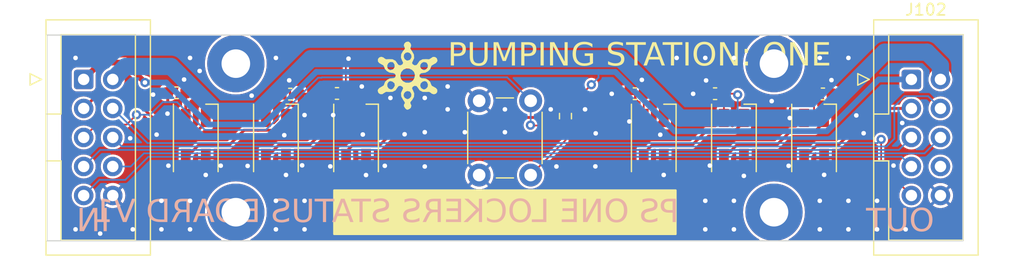
<source format=kicad_pcb>
(kicad_pcb (version 20240108) (generator "pcbnew") (generator_version "8.0")
  (layers (0 "F.Cu" signal) (31 "B.Cu" signal) (34 "B.Paste" user) (35 "F.Paste" user) (36 "B.SilkS" user "B.Silkscreen") (37 "F.SilkS" user "F.Silkscreen") (38 "B.Mask" user) (39 "F.Mask" user) (44 "Edge.Cuts" user))
  (net 0 "")
  (net 1 "GND")
  (net 2 "+5V")
  (net 3 "/neo_in")
  (net 4 "+3V3")
  (net 5 "/button6")
  (net 6 "/button1")
  (net 7 "/button5")
  (net 8 "/button3")
  (net 9 "/button4")
  (net 10 "/button2")
  (net 11 "/neo_out")
  (net 12 "Net-(D101-DOUT)")
  (net 13 "Net-(D102-DOUT)")
  (net 14 "Net-(D103-DOUT)")
  (net 15 "Net-(D104-DOUT)")
  (net 16 "Net-(D105-DOUT)")
  (footprint "LED_SMD:LED_SK6812MINI_PLCC4_3.5x3.5mm_P1.75mm" (layer "F.Cu") (at 123 117 90)
    (property "Reference" "D101")
    (property "Value" "SK6812MINI")
    (fp_line (start -2.95 -1.95) (end 2.95 -1.95) (stroke (width 0.12)) (layer "F.SilkS"))
    (fp_line (start 2.95 1.95) (end 2.95 0.875) (stroke (width 0.12)) (layer "F.SilkS"))
    (fp_line (start -2.95 1.95) (end 2.95 1.95) (stroke (width 0.12)) (layer "F.SilkS"))
    (pad "1" smd rect (at -1.75 -0.875 90) (size 1.6 0.85) (layers "F.Cu" "F.Paste" "F.Mask") (net 12 "Net-(D101-DOUT)"))
    (pad "2" smd rect (at -1.75 0.875 90) (size 1.6 0.85) (layers "F.Cu" "F.Paste" "F.Mask") (net 1 "GND"))
    (pad "3" smd rect (at 1.75 0.875 90) (size 1.6 0.85) (layers "F.Cu" "F.Paste" "F.Mask") (net 3 "/neo_in"))
    (pad "4" smd rect (at 1.75 -0.875 90) (size 1.6 0.85) (layers "F.Cu" "F.Paste" "F.Mask") (net 2 "+5V"))
  )
  (footprint "LED_SMD:LED_SK6812MINI_PLCC4_3.5x3.5mm_P1.75mm" (layer "F.Cu") (at 163 117 90)
    (property "Reference" "D104")
    (property "Value" "SK6812MINI")
    (fp_line (start -2.95 -1.95) (end 2.95 -1.95) (stroke (width 0.12)) (layer "F.SilkS"))
    (fp_line (start 2.95 1.95) (end 2.95 0.875) (stroke (width 0.12)) (layer "F.SilkS"))
    (fp_line (start -2.95 1.95) (end 2.95 1.95) (stroke (width 0.12)) (layer "F.SilkS"))
    (pad "1" smd rect (at -1.75 -0.875 90) (size 1.6 0.85) (layers "F.Cu" "F.Paste" "F.Mask") (net 15 "Net-(D104-DOUT)"))
    (pad "2" smd rect (at -1.75 0.875 90) (size 1.6 0.85) (layers "F.Cu" "F.Paste" "F.Mask") (net 1 "GND"))
    (pad "3" smd rect (at 1.75 0.875 90) (size 1.6 0.85) (layers "F.Cu" "F.Paste" "F.Mask") (net 14 "Net-(D103-DOUT)"))
    (pad "4" smd rect (at 1.75 -0.875 90) (size 1.6 0.85) (layers "F.Cu" "F.Paste" "F.Mask") (net 2 "+5V"))
  )
  (footprint "Symbol:harbinger" (layer "F.Cu") (at 141.5 111.5)
    (property "Reference" "G***" (hide yes))
    (property "Value" "LOGO" (hide yes))
    (fp_poly (pts (xy 0.118037 -2.912875) (xy 0.253008 -2.792784) (xy 0.315796 -2.611271) (xy 0.281065 -2.449897) (xy 0.266951 -2.433528) (xy 0.243822 -2.319288) (xy 0.353654 -2.136201) (xy 0.385937 -2.096888) (xy 0.554963 -1.794106) (xy 0.576178 -1.484988) (xy 0.465962 -1.234613) (xy 0.390133 -1.073187) (xy 0.436591 -0.959447) (xy 0.604771 -0.856153) (xy 0.780281 -0.88011) (xy 0.892692 -1.018256) (xy 1.047843 -1.249537) (xy 1.307641 -1.384416) (xy 1.622574 -1.397676) (xy 1.633708 -1.39568) (xy 1.878892 -1.383894) (xy 2.029705 -1.470826) (xy 2.033408 -1.475196) (xy 2.212104 -1.591351) (xy 2.402314 -1.582756) (xy 2.552518 -1.475004) (xy 2.611198 -1.293687) (xy 2.594518 -1.196473) (xy 2.480972 -1.051449) (xy 2.290175 -0.942814) (xy 2.088035 -0.818732) (xy 2.038796 -0.687883) (xy 1.965404 -0.501964) (xy 1.784855 -0.327615) (xy 1.556588 -0.209633) (xy 1.373615 -0.186589) (xy 1.172391 -0.154133) (xy 1.052103 -0.033333) (xy 1.048894 0.12771) (xy 1.088576 0.192726) (xy 1.245935 0.2755) (xy 1.382867 0.278305) (xy 1.595013 0.306867) (xy 1.815483 0.433388) (xy 1.983234 0.611875) (xy 2.038796 0.772549) (xy 2.119569 0.935379) (xy 2.290175 1.027481) (xy 2.48555 1.139931) (xy 2.594518 1.281139) (xy 2.592874 1.486875) (xy 2.476873 1.630387) (xy 2.298035 1.686082) (xy 2.10788 1.628369) (xy 2.033408 1.559863) (xy 1.884712 1.469718) (xy 1.6432 1.478601) (xy 1.633708 1.480346) (xy 1.317766 1.471684) (xy 1.055269 1.340541) (xy 0.895729 1.112136) (xy 0.892692 1.102922) (xy 0.776987 0.963025) (xy 0.600921 0.941649) (xy 0.436591 1.044113) (xy 0.392295 1.178103) (xy 0.465962 1.31928) (xy 0.583742 1.60222) (xy 0.561252 1.909554) (xy 0.404433 2.179426) (xy 0.381149 2.202387) (xy 0.240995 2.375424) (xy 0.253725 2.488079) (xy 0.336625 2.671458) (xy 0.284288 2.862879) (xy 0.175485 2.960354) (xy 0.01152 3.03541) (xy -0.094085 3.015778) (xy -0.206306 2.914952) (xy -0.32422 2.72819) (xy -0.314628 2.561062) (xy -0.252657 2.496316) (xy -0.242726 2.402059) (xy -0.346557 2.22975) (xy -0.380081 2.18849) (xy -0.553035 1.882619) (xy -0.558366 1.813505) (xy -0.344508 1.813505) (xy -0.253402 1.979983) (xy -0.191137 2.025218) (xy -0.052738 2.098918) (xy 0.043266 2.095451) (xy 0.175485 2.029021) (xy 0.309801 1.876564) (xy 0.330514 1.67233) (xy 0.23832 1.489828) (xy 0.1699 1.439333) (xy -0.035556 1.39991) (xy -0.208099 1.478866) (xy -0.320245 1.631599) (xy -0.344508 1.813505) (xy -0.558366 1.813505) (xy -0.576914 1.573066) (xy -0.465962 1.31928) (xy -0.390133 1.157853) (xy -0.43659 1.044113) (xy -0.604771 0.940819) (xy -0.78028 0.964776) (xy -0.892691 1.102922) (xy -1.047842 1.334203) (xy -1.30764 1.469082) (xy -1.622573 1.482342) (xy -1.633707 1.480346) (xy -1.878892 1.468561) (xy -2.029704 1.555492) (xy -2.033408 1.559863) (xy -2.212103 1.676017) (xy -2.402313 1.667423) (xy -2.552518 1.559671) (xy -2.611197 1.378353) (xy -2.594517 1.281139) (xy -2.480972 1.136116) (xy -2.290174 1.027481) (xy -2.221243 0.985168) (xy -1.767687 0.985168) (xy -1.666316 1.15708) (xy -1.635284 1.178551) (xy -1.461733 1.257456) (xy -1.336755 1.224862) (xy -1.23784 1.136952) (xy -1.116027 0.926942) (xy -1.116448 0.924055) (xy 1.103656 0.924055) (xy 1.173099 1.111067) (xy 1.25301 1.178551) (xy 1.391409 1.252252) (xy 1.487414 1.248784) (xy 1.619632 1.182354) (xy 1.751001 1.029686) (xy 1.775068 0.817931) (xy 1.687438 0.622744) (xy 1.654006 0.590586) (xy 1.505201 0.526292) (xy 1.314207 0.578403) (xy 1.152926 0.724597) (xy 1.103656 0.924055) (xy -1.116448 0.924055) (xy -1.145515 0.724798) (xy -1.314206 0.578403) (xy -1.508837 0.526422) (xy -1.654006 0.590586) (xy -1.764411 0.77037) (xy -1.767687 0.985168) (xy -2.221243 0.985168) (xy -2.088034 0.903398) (xy -2.038796 0.772549) (xy -1.965725 0.586199) (xy -1.787206 0.412082) (xy -1.564281 0.296193) (xy -1.382866 0.278305) (xy -1.189277 0.259024) (xy -1.088576 0.192726) (xy -1.043126 0.054568) (xy -0.634878 0.054568) (xy -0.573652 0.324537) (xy -0.40476 0.536495) (xy -0.159318 0.661111) (xy 0.131558 0.66905) (xy 0.333733 0.595902) (xy 0.47483 0.461577) (xy 0.589691 0.26593) (xy 0.6402 -0.02519) (xy 0.559465 -0.271055) (xy 0.383594 -0.455611) (xy 0.148699 -0.562801) (xy -0.109111 -0.57657) (xy -0.353725 -0.48086) (xy -0.549034 -0.259616) (xy -0.557321 -0.244079) (xy -0.634878 0.054568) (xy -1.043126 0.054568) (xy -1.034733 0.029054) (xy -1.112452 -0.113644) (xy -1.285588 -0.187271) (xy -1.373614 -0.186589) (xy -1.596368 -0.223851) (xy -1.820696 -0.354626) (xy -1.98716 -0.534121) (xy -2.038796 -0.687883) (xy -2.117286 -0.84611) (xy -1.775476 -0.84611) (xy -1.760275 -0.643612) (xy -1.682006 -0.524933) (xy -1.512132 -0.430241) (xy -1.315549 -0.484416) (xy -1.235482 -0.53716) (xy -1.134198 -0.700627) (xy -1.134935 -0.726495) (xy 1.09964 -0.726495) (xy 1.190745 -0.560017) (xy 1.25301 -0.514782) (xy 1.391409 -0.441082) (xy 1.487414 -0.444549) (xy 1.619632 -0.510979) (xy 1.753948 -0.663436) (xy 1.774661 -0.86767) (xy 1.682467 -1.050172) (xy 1.614047 -1.100667) (xy 1.408591 -1.14009) (xy 1.236048 -1.061134) (xy 1.123902 -0.908401) (xy 1.09964 -0.726495) (xy -1.134935 -0.726495) (xy -1.140118 -0.908429) (xy -1.242034 -1.083469) (xy -1.322143 -1.133358) (xy -1.527182 -1.140398) (xy -1.688036 -1.028177) (xy -1.775476 -0.84611) (xy -2.117286 -0.84611) (xy -2.119569 -0.850712) (xy -2.290174 -0.942814) (xy -2.485549 -1.055265) (xy -2.594517 -1.196473) (xy -2.592873 -1.402209) (xy -2.476872 -1.54572) (xy -2.298035 -1.601415) (xy -2.10788 -1.543703) (xy -2.033408 -1.475196) (xy -1.884711 -1.385052) (xy -1.6432 -1.393934) (xy -1.633707 -1.39568) (xy -1.317766 -1.387018) (xy -1.055269 -1.255875) (xy -0.895728 -1.02747) (xy -0.892691 -1.018256) (xy -0.776987 -0.878358) (xy -0.60092 -0.856983) (xy -0.43659 -0.959447) (xy -0.392294 -1.093437) (xy -0.465962 -1.234613) (xy -0.583741 -1.517553) (xy -0.578129 -1.594248) (xy -0.333724 -1.594248) (xy -0.257563 -1.404236) (xy -0.095977 -1.284812) (xy 0 -1.27) (xy 0.178372 -1.326487) (xy 0.23786 -1.3716) (xy 0.341394 -1.565376) (xy 0.317876 -1.762869) (xy 0.198962 -1.919383) (xy 0.016308 -1.990223) (xy -0.169899 -1.947333) (xy -0.309493 -1.795172) (xy -0.333724 -1.594248) (xy -0.578129 -1.594248) (xy -0.561251 -1.824887) (xy -0.404433 -2.09476) (xy -0.381149 -2.11772) (xy -0.240994 -2.290758) (xy -0.253724 -2.403412) (xy -0.334136 -2.576732) (xy -0.289053 -2.755193) (xy -0.154047 -2.890049) (xy 0.035309 -2.932551)) (fill solid) (layer "F.SilkS"))
  )
  (footprint "LED_SMD:LED_SK6812MINI_PLCC4_3.5x3.5mm_P1.75mm" (layer "F.Cu") (at 130 117 90)
    (property "Reference" "D102")
    (property "Value" "SK6812MINI" (hide yes))
    (fp_line (start -2.95 -1.95) (end 2.95 -1.95) (stroke (width 0.12)) (layer "F.SilkS"))
    (fp_line (start 2.95 1.95) (end 2.95 0.875) (stroke (width 0.12)) (layer "F.SilkS"))
    (fp_line (start -2.95 1.95) (end 2.95 1.95) (stroke (width 0.12)) (layer "F.SilkS"))
    (pad "1" smd rect (at -1.75 -0.875 90) (size 1.6 0.85) (layers "F.Cu" "F.Paste" "F.Mask") (net 13 "Net-(D102-DOUT)"))
    (pad "2" smd rect (at -1.75 0.875 90) (size 1.6 0.85) (layers "F.Cu" "F.Paste" "F.Mask") (net 1 "GND"))
    (pad "3" smd rect (at 1.75 0.875 90) (size 1.6 0.85) (layers "F.Cu" "F.Paste" "F.Mask") (net 12 "Net-(D101-DOUT)"))
    (pad "4" smd rect (at 1.75 -0.875 90) (size 1.6 0.85) (layers "F.Cu" "F.Paste" "F.Mask") (net 2 "+5V"))
  )
  (footprint "LED_SMD:LED_SK6812MINI_PLCC4_3.5x3.5mm_P1.75mm" (layer "F.Cu") (at 137 117 90)
    (property "Reference" "D103")
    (property "Value" "SK6812MINI")
    (fp_line (start -2.95 -1.95) (end 2.95 -1.95) (stroke (width 0.12)) (layer "F.SilkS"))
    (fp_line (start 2.95 1.95) (end 2.95 0.875) (stroke (width 0.12)) (layer "F.SilkS"))
    (fp_line (start -2.95 1.95) (end 2.95 1.95) (stroke (width 0.12)) (layer "F.SilkS"))
    (pad "1" smd rect (at -1.75 -0.875 90) (size 1.6 0.85) (layers "F.Cu" "F.Paste" "F.Mask") (net 14 "Net-(D103-DOUT)"))
    (pad "2" smd rect (at -1.75 0.875 90) (size 1.6 0.85) (layers "F.Cu" "F.Paste" "F.Mask") (net 1 "GND"))
    (pad "3" smd rect (at 1.75 0.875 90) (size 1.6 0.85) (layers "F.Cu" "F.Paste" "F.Mask") (net 13 "Net-(D102-DOUT)"))
    (pad "4" smd rect (at 1.75 -0.875 90) (size 1.6 0.85) (layers "F.Cu" "F.Paste" "F.Mask") (net 2 "+5V"))
  )
  (footprint "Connector_IDC:IDC-Header_2x05_P2.54mm_Vertical" (layer "F.Cu") (at 185.5 111.88)
    (property "Reference" "J102" (at 1.27 -6.1 0) (layer "F.SilkS"))
    (property "Value" "Conn_02x05_Odd_Even")
    (fp_line (start -4.68 -0.5) (end -4.68 0.5) (stroke (width 0.12)) (layer "F.SilkS"))
    (fp_line (start -4.68 0.5) (end -3.68 0) (stroke (width 0.12)) (layer "F.SilkS"))
    (fp_line (start -3.68 0) (end -4.68 -0.5) (stroke (width 0.12)) (layer "F.SilkS"))
    (fp_line (start -3.29 -5.21) (end 5.83 -5.21) (stroke (width 0.12)) (layer "F.SilkS"))
    (fp_line (start -3.29 3.03) (end -1.98 3.03) (stroke (width 0.12)) (layer "F.SilkS"))
    (fp_line (start -3.29 15.37) (end -3.29 -5.21) (stroke (width 0.12)) (layer "F.SilkS"))
    (fp_line (start -1.98 -3.91) (end 4.52 -3.91) (stroke (width 0.12)) (layer "F.SilkS"))
    (fp_line (start -1.98 3.03) (end -1.98 -3.91) (stroke (width 0.12)) (layer "F.SilkS"))
    (fp_line (start -1.98 7.13) (end -3.29 7.13) (stroke (width 0.12)) (layer "F.SilkS"))
    (fp_line (start -1.98 7.13) (end -1.98 7.13) (stroke (width 0.12)) (layer "F.SilkS"))
    (fp_line (start -1.98 14.07) (end -1.98 7.13) (stroke (width 0.12)) (layer "F.SilkS"))
    (fp_line (start 4.52 -3.91) (end 4.52 14.07) (stroke (width 0.12)) (layer "F.SilkS"))
    (fp_line (start 4.52 14.07) (end -1.98 14.07) (stroke (width 0.12)) (layer "F.SilkS"))
    (fp_line (start 5.83 -5.21) (end 5.83 15.37) (stroke (width 0.12)) (layer "F.SilkS"))
    (fp_line (start 5.83 15.37) (end -3.29 15.37) (stroke (width 0.12)) (layer "F.SilkS"))
    (pad "1" thru_hole roundrect (at 0 0) (size 1.7 1.7) (drill 1) (layers "*.Cu" "*.Mask") (roundrect_rratio 0.147059) (net 4 "+3V3"))
    (pad "2" thru_hole circle (at 2.54 0) (size 1.7 1.7) (drill 1) (layers "*.Cu" "*.Mask") (net 2 "+5V"))
    (pad "3" thru_hole circle (at 0 2.54) (size 1.7 1.7) (drill 1) (layers "*.Cu" "*.Mask") (net 11 "/neo_out"))
    (pad "4" thru_hole circle (at 2.54 2.54) (size 1.7 1.7) (drill 1) (layers "*.Cu" "*.Mask") (net 7 "/button5"))
    (pad "5" thru_hole circle (at 0 5.08) (size 1.7 1.7) (drill 1) (layers "*.Cu" "*.Mask") (net 10 "/button2"))
    (pad "6" thru_hole circle (at 2.54 5.08) (size 1.7 1.7) (drill 1) (layers "*.Cu" "*.Mask") (net 5 "/button6"))
    (pad "7" thru_hole circle (at 0 7.62) (size 1.7 1.7) (drill 1) (layers "*.Cu" "*.Mask") (net 8 "/button3"))
    (pad "8" thru_hole circle (at 2.54 7.62) (size 1.7 1.7) (drill 1) (layers "*.Cu" "*.Mask"))
    (pad "9" thru_hole circle (at 0 10.16) (size 1.7 1.7) (drill 1) (layers "*.Cu" "*.Mask") (net 9 "/button4"))
    (pad "10" thru_hole circle (at 2.54 10.16) (size 1.7 1.7) (drill 1) (layers "*.Cu" "*.Mask") (net 1 "GND"))
  )
  (footprint "Capacitor_SMD:C_0603_1608Metric" (layer "F.Cu") (at 177.775 113.15 180)
    (property "Reference" "C102" (hide yes))
    (property "Value" ".1uF")
    (fp_line (start -0.14058 0.51) (end 0.14058 0.51) (stroke (width 0.12)) (layer "F.SilkS"))
    (fp_line (start -0.14058 -0.51) (end 0.14058 -0.51) (stroke (width 0.12)) (layer "F.SilkS"))
    (pad "1" smd roundrect (at -0.775 0 180) (size 0.9 0.95) (layers "F.Cu" "F.Paste" "F.Mask") (net 1 "GND"))
    (pad "2" smd roundrect (at 0.775 0 180) (size 0.9 0.95) (layers "F.Cu" "F.Paste" "F.Mask") (net 2 "+5V"))
  )
  (footprint "Resistor_SMD:R_0603_1608Metric" (layer "F.Cu") (at 155.29 115.09 90)
    (property "Reference" "R101" (hide yes))
    (property "Value" "10k")
    (fp_line (start -0.237258 -0.5225) (end 0.237258 -0.5225) (stroke (width 0.12)) (layer "F.SilkS"))
    (fp_line (start -0.237258 0.5225) (end 0.237258 0.5225) (stroke (width 0.12)) (layer "F.SilkS"))
    (pad "1" smd roundrect (at -0.825 0 90) (size 0.8 0.95) (layers "F.Cu" "F.Paste" "F.Mask") (net 6 "/button1"))
    (pad "2" smd roundrect (at 0.825 0 90) (size 0.8 0.95) (layers "F.Cu" "F.Paste" "F.Mask") (net 4 "+3V3"))
  )
  (footprint "Capacitor_SMD:C_0603_1608Metric" (layer "F.Cu") (at 131.255 113.17 180)
    (property "Reference" "C105" (hide yes))
    (property "Value" ".1uF")
    (fp_line (start -0.14058 0.51) (end 0.14058 0.51) (stroke (width 0.12)) (layer "F.SilkS"))
    (fp_line (start -0.14058 -0.51) (end 0.14058 -0.51) (stroke (width 0.12)) (layer "F.SilkS"))
    (pad "1" smd roundrect (at -0.775 0 180) (size 0.9 0.95) (layers "F.Cu" "F.Paste" "F.Mask") (net 1 "GND"))
    (pad "2" smd roundrect (at 0.775 0 180) (size 0.9 0.95) (layers "F.Cu" "F.Paste" "F.Mask") (net 2 "+5V"))
  )
  (footprint "MountingHole:MountingHole_2.5mm_Pad" (layer "F.Cu") (at 173.5 123.5)
    (property "Reference" "H102" (hide yes))
    (property "Value" "MountingHole")
    (pad "1" thru_hole circle (at 0 0) (size 5 5) (drill 2.5) (layers "*.Cu" "*.Mask"))
  )
  (footprint "Capacitor_SMD:C_0603_1608Metric" (layer "F.Cu") (at 135.335 113.11)
    (property "Reference" "C101" (hide yes))
    (property "Value" ".1uF")
    (fp_line (start -0.14058 -0.51) (end 0.14058 -0.51) (stroke (width 0.12)) (layer "F.SilkS"))
    (fp_line (start -0.14058 0.51) (end 0.14058 0.51) (stroke (width 0.12)) (layer "F.SilkS"))
    (pad "1" smd roundrect (at -0.775 0) (size 0.9 0.95) (layers "F.Cu" "F.Paste" "F.Mask") (net 1 "GND"))
    (pad "2" smd roundrect (at 0.775 0) (size 0.9 0.95) (layers "F.Cu" "F.Paste" "F.Mask") (net 2 "+5V"))
  )
  (footprint "LED_SMD:LED_SK6812MINI_PLCC4_3.5x3.5mm_P1.75mm" (layer "F.Cu") (at 177 117 90)
    (property "Reference" "D106")
    (property "Value" "SK6812MINI")
    (fp_line (start -2.95 -1.95) (end 2.95 -1.95) (stroke (width 0.12)) (layer "F.SilkS"))
    (fp_line (start 2.95 1.95) (end 2.95 0.875) (stroke (width 0.12)) (layer "F.SilkS"))
    (fp_line (start -2.95 1.95) (end 2.95 1.95) (stroke (width 0.12)) (layer "F.SilkS"))
    (pad "1" smd rect (at -1.75 -0.875 90) (size 1.6 0.85) (layers "F.Cu" "F.Paste" "F.Mask") (net 11 "/neo_out"))
    (pad "2" smd rect (at -1.75 0.875 90) (size 1.6 0.85) (layers "F.Cu" "F.Paste" "F.Mask") (net 1 "GND"))
    (pad "3" smd rect (at 1.75 0.875 90) (size 1.6 0.85) (layers "F.Cu" "F.Paste" "F.Mask") (net 16 "Net-(D105-DOUT)"))
    (pad "4" smd rect (at 1.75 -0.875 90) (size 1.6 0.85) (layers "F.Cu" "F.Paste" "F.Mask") (net 2 "+5V"))
  )
  (footprint "Capacitor_SMD:C_0603_1608Metric" (layer "F.Cu") (at 161.355 113.13)
    (property "Reference" "C104" (hide yes))
    (property "Value" ".1uF")
    (fp_line (start -0.14058 -0.51) (end 0.14058 -0.51) (stroke (width 0.12)) (layer "F.SilkS"))
    (fp_line (start -0.14058 0.51) (end 0.14058 0.51) (stroke (width 0.12)) (layer "F.SilkS"))
    (pad "1" smd roundrect (at -0.775 0) (size 0.9 0.95) (layers "F.Cu" "F.Paste" "F.Mask") (net 1 "GND"))
    (pad "2" smd roundrect (at 0.775 0) (size 0.9 0.95) (layers "F.Cu" "F.Paste" "F.Mask") (net 2 "+5V"))
  )
  (footprint "Capacitor_SMD:C_0603_1608Metric" (layer "F.Cu") (at 168.355 113.13)
    (property "Reference" "C103" (hide yes))
    (property "Value" ".1uF")
    (fp_line (start -0.14058 -0.51) (end 0.14058 -0.51) (stroke (width 0.12)) (layer "F.SilkS"))
    (fp_line (start -0.14058 0.51) (end 0.14058 0.51) (stroke (width 0.12)) (layer "F.SilkS"))
    (pad "1" smd roundrect (at -0.775 0) (size 0.9 0.95) (layers "F.Cu" "F.Paste" "F.Mask") (net 1 "GND"))
    (pad "2" smd roundrect (at 0.775 0) (size 0.9 0.95) (layers "F.Cu" "F.Paste" "F.Mask") (net 2 "+5V"))
  )
  (footprint "Capacitor_SMD:C_0603_1608Metric" (layer "F.Cu") (at 121.33 113.05)
    (property "Reference" "C106" (hide yes))
    (property "Value" ".1uF")
    (fp_line (start -0.14058 -0.51) (end 0.14058 -0.51) (stroke (width 0.12)) (layer "F.SilkS"))
    (fp_line (start -0.14058 0.51) (end 0.14058 0.51) (stroke (width 0.12)) (layer "F.SilkS"))
    (pad "1" smd roundrect (at -0.775 0) (size 0.9 0.95) (layers "F.Cu" "F.Paste" "F.Mask") (net 1 "GND"))
    (pad "2" smd roundrect (at 0.775 0) (size 0.9 0.95) (layers "F.Cu" "F.Paste" "F.Mask") (net 2 "+5V"))
  )
  (footprint "LED_SMD:LED_SK6812MINI_PLCC4_3.5x3.5mm_P1.75mm" (layer "F.Cu") (at 170 117 90)
    (property "Reference" "D105")
    (property "Value" "SK6812MINI")
    (fp_line (start -2.95 -1.95) (end 2.95 -1.95) (stroke (width 0.12)) (layer "F.SilkS"))
    (fp_line (start 2.95 1.95) (end 2.95 0.875) (stroke (width 0.12)) (layer "F.SilkS"))
    (fp_line (start -2.95 1.95) (end 2.95 1.95) (stroke (width 0.12)) (layer "F.SilkS"))
    (pad "1" smd rect (at -1.75 -0.875 90) (size 1.6 0.85) (layers "F.Cu" "F.Paste" "F.Mask") (net 16 "Net-(D105-DOUT)"))
    (pad "2" smd rect (at -1.75 0.875 90) (size 1.6 0.85) (layers "F.Cu" "F.Paste" "F.Mask") (net 1 "GND"))
    (pad "3" smd rect (at 1.75 0.875 90) (size 1.6 0.85) (layers "F.Cu" "F.Paste" "F.Mask") (net 15 "Net-(D104-DOUT)"))
    (pad "4" smd rect (at 1.75 -0.875 90) (size 1.6 0.85) (layers "F.Cu" "F.Paste" "F.Mask") (net 2 "+5V"))
  )
  (footprint "MountingHole:MountingHole_2.5mm_Pad" (layer "F.Cu") (at 126.5 123.5)
    (property "Reference" "H101" (hide yes))
    (property "Value" "MountingHole")
    (pad "1" thru_hole circle (at 0 0) (size 5 5) (drill 2.5) (layers "*.Cu" "*.Mask"))
  )
  (footprint "MountingHole:MountingHole_2.5mm_Pad" (layer "F.Cu") (at 173.5 110.5)
    (property "Reference" "H103" (hide yes))
    (property "Value" "MountingHole")
    (pad "1" thru_hole circle (at 0 0) (size 5 5) (drill 2.5) (layers "*.Cu" "*.Mask"))
  )
  (footprint "Button_Switch_THT:SW_PUSH_6mm_H5mm" (layer "F.Cu") (at 147.75 120.25 90)
    (property "Reference" "SW101" (hide yes))
    (property "Value" "SW_Push")
    (fp_line (start 5.5 -1) (end 1 -1) (stroke (width 0.12)) (layer "F.SilkS"))
    (fp_line (start -0.25 1.5) (end -0.25 3) (stroke (width 0.12)) (layer "F.SilkS"))
    (fp_line (start 6.75 3) (end 6.75 1.5) (stroke (width 0.12)) (layer "F.SilkS"))
    (fp_line (start 1 5.5) (end 5.5 5.5) (stroke (width 0.12)) (layer "F.SilkS"))
    (pad "1" thru_hole circle (at 0 0 180) (size 2 2) (drill 1.1) (layers "*.Cu" "*.Mask") (net 1 "GND"))
    (pad "1" thru_hole circle (at 6.5 0 180) (size 2 2) (drill 1.1) (layers "*.Cu" "*.Mask") (net 1 "GND"))
    (pad "2" thru_hole circle (at 0 4.5 180) (size 2 2) (drill 1.1) (layers "*.Cu" "*.Mask") (net 6 "/button1"))
    (pad "2" thru_hole circle (at 6.5 4.5 180) (size 2 2) (drill 1.1) (layers "*.Cu" "*.Mask") (net 6 "/button1"))
  )
  (footprint "Connector_IDC:IDC-Header_2x05_P2.54mm_Vertical" (layer "F.Cu") (at 113.21 111.88)
    (property "Reference" "J101" (hide yes))
    (property "Value" "Conn_02x05_Odd_Even")
    (fp_line (start -4.68 -0.5) (end -4.68 0.5) (stroke (width 0.12)) (layer "F.SilkS"))
    (fp_line (start -4.68 0.5) (end -3.68 0) (stroke (width 0.12)) (layer "F.SilkS"))
    (fp_line (start -3.68 0) (end -4.68 -0.5) (stroke (width 0.12)) (layer "F.SilkS"))
    (fp_line (start -3.29 -5.21) (end 5.83 -5.21) (stroke (width 0.12)) (layer "F.SilkS"))
    (fp_line (start -3.29 3.03) (end -1.98 3.03) (stroke (width 0.12)) (layer "F.SilkS"))
    (fp_line (start -3.29 15.37) (end -3.29 -5.21) (stroke (width 0.12)) (layer "F.SilkS"))
    (fp_line (start -1.98 -3.91) (end 4.52 -3.91) (stroke (width 0.12)) (layer "F.SilkS"))
    (fp_line (start -1.98 3.03) (end -1.98 -3.91) (stroke (width 0.12)) (layer "F.SilkS"))
    (fp_line (start -1.98 7.13) (end -3.29 7.13) (stroke (width 0.12)) (layer "F.SilkS"))
    (fp_line (start -1.98 7.13) (end -1.98 7.13) (stroke (width 0.12)) (layer "F.SilkS"))
    (fp_line (start -1.98 14.07) (end -1.98 7.13) (stroke (width 0.12)) (layer "F.SilkS"))
    (fp_line (start 4.52 -3.91) (end 4.52 14.07) (stroke (width 0.12)) (layer "F.SilkS"))
    (fp_line (start 4.52 14.07) (end -1.98 14.07) (stroke (width 0.12)) (layer "F.SilkS"))
    (fp_line (start 5.83 -5.21) (end 5.83 15.37) (stroke (width 0.12)) (layer "F.SilkS"))
    (fp_line (start 5.83 15.37) (end -3.29 15.37) (stroke (width 0.12)) (layer "F.SilkS"))
    (pad "1" thru_hole roundrect (at 0 0) (size 1.7 1.7) (drill 1) (layers "*.Cu" "*.Mask") (roundrect_rratio 0.147059) (net 4 "+3V3"))
    (pad "2" thru_hole circle (at 2.54 0) (size 1.7 1.7) (drill 1) (layers "*.Cu" "*.Mask") (net 2 "+5V"))
    (pad "3" thru_hole circle (at 0 2.54) (size 1.7 1.7) (drill 1) (layers "*.Cu" "*.Mask") (net 3 "/neo_in"))
    (pad "4" thru_hole circle (at 2.54 2.54) (size 1.7 1.7) (drill 1) (layers "*.Cu" "*.Mask") (net 9 "/button4"))
    (pad "5" thru_hole circle (at 0 5.08) (size 1.7 1.7) (drill 1) (layers "*.Cu" "*.Mask") (net 6 "/button1"))
    (pad "6" thru_hole circle (at 2.54 5.08) (size 1.7 1.7) (drill 1) (layers "*.Cu" "*.Mask") (net 7 "/button5"))
    (pad "7" thru_hole circle (at 0 7.62) (size 1.7 1.7) (drill 1) (layers "*.Cu" "*.Mask") (net 10 "/button2"))
    (pad "8" thru_hole circle (at 2.54 7.62) (size 1.7 1.7) (drill 1) (layers "*.Cu" "*.Mask") (net 5 "/button6"))
    (pad "9" thru_hole circle (at 0 10.16) (size 1.7 1.7) (drill 1) (layers "*.Cu" "*.Mask") (net 8 "/button3"))
    (pad "10" thru_hole circle (at 2.54 10.16) (size 1.7 1.7) (drill 1) (layers "*.Cu" "*.Mask") (net 1 "GND"))
  )
  (footprint "MountingHole:MountingHole_2.5mm_Pad" (layer "F.Cu") (at 126.5 110.5)
    (property "Reference" "H104" (hide yes))
    (property "Value" "MountingHole")
    (pad "1" thru_hole circle (at 0 0) (size 5 5) (drill 2.5) (layers "*.Cu" "*.Mask"))
  )
  (gr_line (start 110 126) (end 110 108) (stroke (width 0.1)) (layer "Edge.Cuts"))
  (gr_line (start 190 108) (end 190 126) (stroke (width 0.1)) (layer "Edge.Cuts"))
  (gr_line (start 110 108) (end 190 108) (stroke (width 0.1)) (layer "Edge.Cuts"))
  (gr_line (start 190 126) (end 110 126) (stroke (width 0.1)) (layer "Edge.Cuts"))
  (gr_text "IN" (at 115.5 125.5 0) (layer "B.SilkS") (effects (font (size 2 2)) (justify left bottom mirror)))
  (gr_text "OUT" (at 187.5 125.5 0) (layer "B.SilkS") (effects (font (size 2 2)) (justify left bottom mirror)))
  (gr_text "PS ONE LOCKERS STATUS BOARD V1" (at 165.2 124.7 0) (layer "B.SilkS") (effects (font (size 2 2)) (justify left bottom mirror)))
  (gr_text "PUMPING STATION: ONE" (at 145 111 0) (layer "F.SilkS") (effects (font (size 2 2)) (justify left bottom)))
  (via (at 185 125) (size 0.8) (drill 0.4) (layers "F.Cu" "B.Cu") (net 1))
  (via (at 157.9 119.49) (size 0.8) (drill 0.4) (layers "F.Cu" "B.Cu") (net 1))
  (via (at 178.52 111.94) (size 0.8) (drill 0.4) (layers "F.Cu" "B.Cu") (net 1))
  (via (at 130.73 116.76) (size 0.8) (drill 0.4) (layers "F.Cu" "B.Cu") (net 1))
  (via (at 117.27 117.03) (size 0.8) (drill 0.4) (layers "F.Cu" "B.Cu") (net 1))
  (via (at 167.9 119.42) (size 0.8) (drill 0.4) (layers "F.Cu" "B.Cu") (net 1))
  (via (at 120 125) (size 0.8) (drill 0.4) (layers "F.Cu" "B.Cu") (net 1))
  (via (at 135 115) (size 0.8) (drill 0.4) (layers "F.Cu" "B.Cu") (net 1))
  (via (at 143 119.5) (size 0.8) (drill 0.4) (layers "F.Cu" "B.Cu") (net 1))
  (via (at 157.93 116.6) (size 0.8) (drill 0.4) (layers "F.Cu" "B.Cu") (net 1))
  (via (at 170 110) (size 0.8) (drill 0.4) (layers "F.Cu" "B.Cu") (net 1))
  (via (at 177.88 120.23) (size 0.8) (drill 0.4) (layers "F.Cu" "B.Cu") (net 1))
  (via (at 114.65 125.37) (size 0.8) (drill 0.4) (layers "F.Cu" "B.Cu") (net 1))
  (via (at 112.5 125) (size 0.8) (drill 0.4) (layers "F.Cu" "B.Cu") (net 1))
  (via (at 167.5 122.5) (size 0.8) (drill 0.4) (layers "F.Cu" "B.Cu") (net 1))
  (via (at 137.87 120.25) (size 0.8) (drill 0.4) (layers "F.Cu" "B.Cu") (net 1))
  (via (at 177.5 125) (size 0.8) (drill 0.4) (layers "F.Cu" "B.Cu") (net 1))
  (via (at 157 114.5) (size 0.8) (drill 0.4) (layers "F.Cu" "B.Cu") (net 1))
  (via (at 145 112.5) (size 0.8) (drill 0.4) (layers "F.Cu" "B.Cu") (net 1))
  (via (at 112.5 110) (size 0.8) (drill 0.4) (layers "F.Cu" "B.Cu") (net 1))
  (via (at 130 110) (size 0.8) (drill 0.4) (layers "F.Cu" "B.Cu") (net 1))
  (via (at 170 125) (size 0.8) (drill 0.4) (layers "F.Cu" "B.Cu") (net 1))
  (via (at 119.27 113.21) (size 0.8) (drill 0.4) (layers "F.Cu" "B.Cu") (net 1))
  (via (at 180 125) (size 0.8) (drill 0.4) (layers "F.Cu" "B.Cu") (net 1))
  (via (at 160.87 115.56) (size 0.8) (drill 0.4) (layers "F.Cu" "B.Cu") (net 1))
  (via (at 122.5 122.5) (size 0.8) (drill 0.4) (layers "F.Cu" "B.Cu") (net 1))
  (via (at 120 122.5) (size 0.8) (drill 0.4) (layers "F.Cu" "B.Cu") (net 1))
  (via (at 143 113.5) (size 0.8) (drill 0.4) (layers "F.Cu" "B.Cu") (net 1))
  (via (at 117.5 125) (size 0.8) (drill 0.4) (layers "F.Cu" "B.Cu") (net 1))
  (via (at 145 114.5) (size 0.8) (drill 0.4) (layers "F.Cu" "B.Cu") (net 1))
  (via (at 163.87 120.24) (size 0.8) (drill 0.4) (layers "F.Cu" "B.Cu") (net 1))
  (via (at 139.51 119.44) (size 0.8) (drill 0.4) (layers "F.Cu" "B.Cu") (net 1))
  (via (at 167.57 111.97) (size 0.8) (drill 0.4) (layers "F.Cu" "B.Cu") (net 1))
  (via (at 183.94 119.42) (size 0.8) (drill 0.4) (layers "F.Cu" "B.Cu") (net 1))
  (via (at 166.44 113.14) (size 0.8) (drill 0.4) (layers "F.Cu" "B.Cu") (net 1))
  (via (at 180 122.5) (size 0.8) (drill 0.4) (layers "F.Cu" "B.Cu") (net 1))
  (via (at 122.5 125) (size 0.8) (drill 0.4) (layers "F.Cu" "B.Cu") (net 1))
  (via (at 173.3 113.78) (size 0.8) (drill 0.4) (layers "F.Cu" "B.Cu") (net 1))
  (via (at 177.5 110) (size 0.8) (drill 0.4) (layers "F.Cu" "B.Cu") (net 1))
  (via (at 137.5 112.5) (size 0.8) (drill 0.4) (layers "F.Cu" "B.Cu") (net 1))
  (via (at 150 116.5) (size 0.8) (drill 0.4) (layers "F.Cu" "B.Cu") (net 1))
  (via (at 165 110) (size 0.8) (drill 0.4) (layers "F.Cu" "B.Cu") (net 1))
  (via (at 137.59 116.7) (size 0.8) (drill 0.4) (layers "F.Cu" "B.Cu") (net 1))
  (via (at 182.5 125) (size 0.8) (drill 0.4) (layers "F.Cu" "B.Cu") (net 1))
  (via (at 130 122.5) (size 0.8) (drill 0.4) (layers "F.Cu" "B.Cu") (net 1))
  (via (at 132.29 119.4) (size 0.8) (drill 0.4) (layers "F.Cu" "B.Cu") (net 1))
  (via (at 119.58 116.71) (size 0.8) (drill 0.4) (layers "F.Cu" "B.Cu") (net 1))
  (via (at 163.57 116.72) (size 0.8) (drill 0.4) (layers "F.Cu" "B.Cu") (net 1))
  (via (at 123.87 120.24) (size 0.8) (drill 0.4) (layers "F.Cu" "B.Cu") (net 1))
  (via (at 154 114.5) (size 0.8) (drill 0.4) (layers "F.Cu" "B.Cu") (net 1))
  (via (at 167.5 110) (size 0.8) (drill 0.4) (layers "F.Cu" "B.Cu") (net 1))
  (via (at 182.5 122.5) (size 0.8) (drill 0.4) (layers "F.Cu" "B.Cu") (net 1))
  (via (at 159.33 113.14) (size 0.8) (drill 0.4) (layers "F.Cu" "B.Cu") (net 1))
  (via (at 132.5 122.5) (size 0.8) (drill 0.4) (layers "F.Cu" "B.Cu") (net 1))
  (via (at 132.5 115) (size 0.8) (drill 0.4) (layers "F.Cu" "B.Cu") (net 1))
  (via (at 184.7 115.69) (size 0.8) (drill 0.4) (layers "F.Cu" "B.Cu") (net 1))
  (via (at 130 125) (size 0.8) (drill 0.4) (layers "F.Cu" "B.Cu") (net 1))
  (via (at 180.69 115.03) (size 0.8) (drill 0.4) (layers "F.Cu" "B.Cu") (net 1))
  (via (at 170.87 120.32) (size 0.8) (drill 0.4) (layers "F.Cu" "B.Cu") (net 1))
  (via (at 141.24 116.68) (size 0.8) (drill 0.4) (layers "F.Cu" "B.Cu") (net 1))
  (via (at 127.53 119.45) (size 0.8) (drill 0.4) (layers "F.Cu" "B.Cu") (net 1))
  (via (at 180 110) (size 0.8) (drill 0.4) (layers "F.Cu" "B.Cu") (net 1))
  (via (at 127.88 113.3) (size 0.8) (drill 0.4) (layers "F.Cu" "B.Cu") (net 1))
  (via (at 170 122.5) (size 0.8) (drill 0.4) (layers "F.Cu" "B.Cu") (net 1))
  (via (at 122.5 110) (size 0.8) (drill 0.4) (layers "F.Cu" "B.Cu") (net 1))
  (via (at 177.5 122.5) (size 0.8) (drill 0.4) (layers "F.Cu" "B.Cu") (net 1))
  (via (at 120.61 119.43) (size 0.8) (drill 0.4) (layers "F.Cu" "B.Cu") (net 1))
  (via (at 130.88 120.24) (size 0.8) (drill 0.4) (layers "F.Cu" "B.Cu") (net 1))
  (via (at 140 113.5) (size 0.8) (drill 0.4) (layers "F.Cu" "B.Cu") (net 1))
  (via (at 181.33 116.59) (size 0.8) (drill 0.4) (layers "F.Cu" "B.Cu") (net 1))
  (via (at 150 114.5) (size 0.8) (drill 0.4) (layers "F.Cu" "B.Cu") (net 1))
  (via (at 123.34 111.14) (size 0.8) (drill 0.4) (layers "F.Cu" "B.Cu") (net 1))
  (via (at 120.53 114.875) (size 0.8) (drill 0.4) (layers "F.Cu" "B.Cu") (net 1))
  (via (at 143 116.5) (size 0.8) (drill 0.4) (layers "F.Cu" "B.Cu") (net 1))
  (via (at 167.5 125) (size 0.8) (drill 0.4) (layers "F.Cu" "B.Cu") (net 1))
  (via (at 174.78 119.44) (size 0.8) (drill 0.4) (layers "F.Cu" "B.Cu") (net 1))
  (via (at 125.18 119.43) (size 0.8) (drill 0.4) (layers "F.Cu" "B.Cu") (net 1))
  (via (at 154.5 119.5) (size 0.8) (drill 0.4) (layers "F.Cu" "B.Cu") (net 1))
  (via (at 146.5 116.5) (size 0.8) (drill 0.4) (layers "F.Cu" "B.Cu") (net 1))
  (via (at 134.75 119.49) (size 0.8) (drill 0.4) (layers "F.Cu" "B.Cu") (net 1))
  (via (at 132.5 125) (size 0.8) (drill 0.4) (layers "F.Cu" "B.Cu") (net 1))
  (segment (start 129.125 113.975) (end 129.93 113.17) (width 0.15) (layer "F.Cu") (net 2))
  (segment (start 177 113.15) (end 176.15 113.15) (width 0.15) (layer "F.Cu") (net 2))
  (segment (start 136.11 110.295) (end 136.34 110.065) (width 0.15) (layer "F.Cu") (net 2))
  (segment (start 169.13 113.13) (end 170.24 113.13) (width 0.15) (layer "F.Cu") (net 2))
  (segment (start 176.125 115.25) (end 176.72 115.25) (width 0.15) (layer "F.Cu") (net 2))
  (segment (start 136.11 114.89) (end 136.11 113.11) (width 0.15) (layer "F.Cu") (net 2))
  (segment (start 169.13 113.13) (end 169.13 115.245) (width 0.15) (layer "F.Cu") (net 2))
  (segment (start 136.125 115.115) (end 136.23 115.01) (width 0.15) (layer "F.Cu") (net 2))
  (segment (start 130.48 112.641902) (end 131.160951 111.960951) (width 0.15) (layer "F.Cu") (net 2))
  (segment (start 162.125 113.135) (end 162.13 113.13) (width 0.15) (layer "F.Cu") (net 2))
  (segment (start 122.125 113.07) (end 122.105 113.05) (width 0.25) (layer "F.Cu") (net 2))
  (segment (start 176.72 115.25) (end 177 114.97) (width 0.15) (layer "F.Cu") (net 2))
  (segment (start 122.125 115.25) (end 122.125 113.07) (width 0.25) (layer "F.Cu") (net 2))
  (segment (start 130.48 113.17) (end 130.48 112.641902) (width 0.15) (layer "F.Cu") (net 2))
  (segment (start 122.105 112.015) (end 121.98 111.89) (width 0.25) (layer "F.Cu") (net 2))
  (segment (start 176.15 113.15) (end 174.88 114.42) (width 0.15) (layer "F.Cu") (net 2))
  (segment (start 169.13 115.245) (end 169.125 115.25) (width 0.15) (layer "F.Cu") (net 2))
  (segment (start 161.96 111.92) (end 161.96 112.96) (width 0.15) (layer "F.Cu") (net 2))
  (segment (start 162.125 115.25) (end 162.125 113.135) (width 0.15) (layer "F.Cu") (net 2))
  (segment (start 161.96 112.96) (end 162.13 113.13) (width 0.15) (layer "F.Cu") (net 2))
  (segment (start 122.105 113.05) (end 122.105 112.015) (width 0.25) (layer "F.Cu") (net 2))
  (segment (start 170.24 113.13) (end 170.33 113.22) (width 0.15) (layer "F.Cu") (net 2))
  (segment (start 129.93 113.17) (end 130.48 113.17) (width 0.15) (layer "F.Cu") (net 2))
  (segment (start 136.125 115.25) (end 136.125 115.115) (width 0.15) (layer "F.Cu") (net 2))
  (segment (start 177 114.97) (end 177 113.15) (width 0.15) (layer "F.Cu") (net 2))
  (segment (start 136.23 115.01) (end 136.11 114.89) (width 0.15) (layer "F.Cu") (net 2))
  (segment (start 136.11 113.11) (end 136.11 110.295) (width 0.15) (layer "F.Cu") (net 2))
  (segment (start 174.88 114.42) (end 174.88 115.26) (width 0.15) (layer "F.Cu") (net 2))
  (segment (start 129.125 115.25) (end 129.125 113.975) (width 0.15) (layer "F.Cu") (net 2))
  (via (at 161.96 111.92) (size 0.8) (drill 0.4) (layers "F.Cu" "B.Cu") (net 2))
  (via (at 121.98 111.89) (size 0.8) (drill 0.4) (layers "F.Cu" "B.Cu") (net 2))
  (via (at 174.88 115.26) (size 0.8) (drill 0.4) (layers "F.Cu" "B.Cu") (net 2))
  (via (at 136.34 110.065) (size 0.8) (drill 0.4) (layers "F.Cu" "B.Cu") (net 2))
  (via (at 131.160951 111.960951) (size 0.8) (drill 0.4) (layers "F.Cu" "B.Cu") (net 2))
  (via (at 170.33 113.22) (size 0.8) (drill 0.4) (layers "F.Cu" "B.Cu") (net 2))
  (segment (start 170.33 115.24) (end 170.35 115.26) (width 0.15) (layer "B.Cu") (net 2))
  (segment (start 183.16 109.5) (end 177.4 115.26) (width 1.5) (layer "B.Cu") (net 2))
  (segment (start 170.35 115.26) (end 165.3 115.26) (width 1.5) (layer "B.Cu") (net 2))
  (segment (start 115.75 111.88) (end 116.879267 110.750733) (width 1.5) (layer "B.Cu") (net 2))
  (segment (start 170.33 113.22) (end 170.33 115.24) (width 0.15) (layer "B.Cu") (net 2))
  (segment (start 174.88 115.26) (end 170.35 115.26) (width 1.5) (layer "B.Cu") (net 2))
  (segment (start 188.04 111.88) (end 188.04 110.677919) (width 1.5) (layer "B.Cu") (net 2))
  (segment (start 177.4 115.26) (end 174.88 115.26) (width 1.5) (layer "B.Cu") (net 2))
  (segment (start 165.3 115.26) (end 160.105 110.065) (width 1.5) (layer "B.Cu") (net 2))
  (segment (start 186.862081 109.5) (end 183.16 109.5) (width 1.5) (layer "B.Cu") (net 2))
  (segment (start 124.76 114.67) (end 121.98 111.89) (width 1.5) (layer "B.Cu") (net 2))
  (segment (start 136.34 110.065) (end 133.056902 110.065) (width 1.5) (layer "B.Cu") (net 2))
  (segment (start 131.160951 111.960951) (end 128.451902 114.67) (width 1.5) (layer "B.Cu") (net 2))
  (segment (start 120.840733 110.750733) (end 121.98 111.89) (width 1.5) (layer "B.Cu") (net 2))
  (segment (start 128.451902 114.67) (end 124.76 114.67) (width 1.5) (layer "B.Cu") (net 2))
  (segment (start 160.105 110.065) (end 136.34 110.065) (width 1.5) (layer "B.Cu") (net 2))
  (segment (start 116.879267 110.750733) (end 120.840733 110.750733) (width 1.5) (layer "B.Cu") (net 2))
  (segment (start 188.04 110.677919) (end 186.862081 109.5) (width 1.5) (layer "B.Cu") (net 2))
  (segment (start 133.056902 110.065) (end 131.160951 111.960951) (width 1.5) (layer "B.Cu") (net 2))
  (segment (start 123.875 115.655) (end 123.875 115.25) (width 0.25) (layer "F.Cu") (net 3))
  (segment (start 120.55 116.55) (end 122.98 116.55) (width 0.25) (layer "F.Cu") (net 3))
  (segment (start 113.21 114.42) (end 114.42 113.21) (width 0.25) (layer "F.Cu") (net 3))
  (segment (start 114.42 113.21) (end 117.21 113.21) (width 0.25) (layer "F.Cu") (net 3))
  (segment (start 122.98 116.55) (end 123.875 115.655) (width 0.25) (layer "F.Cu") (net 3))
  (segment (start 117.21 113.21) (end 120.55 116.55) (width 0.25) (layer "F.Cu") (net 3))
  (segment (start 116.819982 110.41) (end 118.560735 112.150753) (width 0.5) (layer "F.Cu") (net 4))
  (segment (start 113.21 111.88) (end 114.68 110.41) (width 0.5) (layer "F.Cu") (net 4))
  (segment (start 114.68 110.41) (end 116.819982 110.41) (width 0.5) (layer "F.Cu") (net 4))
  (segment (start 155.29 114.265) (end 155.625 114.265) (width 0.15) (layer "F.Cu") (net 4))
  (segment (start 155.625 114.265) (end 157.55 112.34) (width 0.15) (layer "F.Cu") (net 4))
  (via (at 118.560735 112.150753) (size 0.8) (drill 0.4) (layers "F.Cu" "B.Cu") (net 4))
  (via (at 157.55 112.34) (size 0.8) (drill 0.4) (layers "F.Cu" "B.Cu") (net 4))
  (segment (start 158.175 111.715) (end 158.175 111.225) (width 0.15) (layer "B.Cu") (net 4))
  (segment (start 157.55 112.34) (end 158.175 111.715) (width 0.15) (layer "B.Cu") (net 4))
  (segment (start 158.175 111.225) (end 133.523248 111.225) (width 0.5) (layer "B.Cu") (net 4))
  (segment (start 159.638654 111.225) (end 158.175 111.225) (width 0.5) (layer "B.Cu") (net 4))
  (segment (start 178.12 116.41) (end 164.823654 116.41) (width 0.5) (layer "B.Cu") (net 4))
  (segment (start 182.65 111.88) (end 178.12 116.41) (width 0.5) (layer "B.Cu") (net 4))
  (segment (start 164.823654 116.41) (end 159.638654 111.225) (width 0.5) (layer "B.Cu") (net 4))
  (segment (start 124.105 115.825) (end 120.430753 112.150753) (width 0.5) (layer "B.Cu") (net 4))
  (segment (start 120.430753 112.150753) (end 118.560735 112.150753) (width 0.5) (layer "B.Cu") (net 4))
  (segment (start 185.5 111.88) (end 182.65 111.88) (width 0.5) (layer "B.Cu") (net 4))
  (segment (start 128.923248 115.825) (end 124.105 115.825) (width 0.5) (layer "B.Cu") (net 4))
  (segment (start 133.523248 111.225) (end 128.923248 115.825) (width 0.5) (layer "B.Cu") (net 4))
  (segment (start 118.47 118.35) (end 186.65 118.35) (width 0.15) (layer "B.Cu") (net 5))
  (segment (start 186.65 118.35) (end 188.04 116.96) (width 0.15) (layer "B.Cu") (net 5))
  (segment (start 115.75 119.5) (end 117.32 119.5) (width 0.15) (layer "B.Cu") (net 5))
  (segment (start 117.32 119.5) (end 118.47 118.35) (width 0.15) (layer "B.Cu") (net 5))
  (segment (start 152.26 115.915) (end 155.29 115.915) (width 0.15) (layer "F.Cu") (net 6))
  (segment (start 113.21 116.96) (end 114.335 115.835) (width 0.15) (layer "F.Cu") (net 6))
  (segment (start 152.25 120.25) (end 155.29 117.21) (width 0.15) (layer "F.Cu") (net 6))
  (segment (start 155.29 117.21) (end 155.29 115.915) (width 0.15) (layer "F.Cu") (net 6))
  (segment (start 152.23 115.885) (end 152.26 115.915) (width 0.15) (layer "F.Cu") (net 6))
  (segment (start 116.955 115.835) (end 117.82 114.97) (width 0.15) (layer "F.Cu") (net 6))
  (segment (start 114.335 115.835) (end 116.955 115.835) (width 0.15) (layer "F.Cu") (net 6))
  (via (at 152.23 115.885) (size 0.8) (drill 0.4) (layers "F.Cu" "B.Cu") (net 6))
  (via (at 117.82 114.97) (size 0.8) (drill 0.4) (layers "F.Cu" "B.Cu") (net 6))
  (segment (start 119.01 114.97) (end 120.11 113.87) (width 0.15) (layer "B.Cu") (net 6))
  (segment (start 150.2 111.7) (end 152.25 113.75) (width 0.15) (layer "B.Cu") (net 6))
  (segment (start 121.37 113.87) (end 123.8 116.3) (width 0.15) (layer "B.Cu") (net 6))
  (segment (start 123.8 116.3) (end 129.12 116.3) (width 0.15) (layer "B.Cu") (net 6))
  (segment (start 117.82 114.97) (end 119.01 114.97) (width 0.15) (layer "B.Cu") (net 6))
  (segment (start 133.99 111.73) (end 134.02 111.7) (width 0.15) (layer "B.Cu") (net 6))
  (segment (start 152.25 113.75) (end 152.25 115.865) (width 0.15) (layer "B.Cu") (net 6))
  (segment (start 133.69 111.73) (end 133.99 111.73) (width 0.15) (layer "B.Cu") (net 6))
  (segment (start 152.25 115.865) (end 152.23 115.885) (width 0.15) (layer "B.Cu") (net 6))
  (segment (start 129.12 116.3) (end 133.69 111.73) (width 0.15) (layer "B.Cu") (net 6))
  (segment (start 134.02 111.7) (end 150.2 111.7) (width 0.15) (layer "B.Cu") (net 6))
  (segment (start 120.11 113.87) (end 121.37 113.87) (width 0.15) (layer "B.Cu") (net 6))
  (segment (start 184.895 113.345) (end 186.965 113.345) (width 0.15) (layer "B.Cu") (net 7))
  (segment (start 186.965 113.345) (end 188.04 114.42) (width 0.15) (layer "B.Cu") (net 7))
  (segment (start 115.75 116.96) (end 116.54 117.75) (width 0.15) (layer "B.Cu") (net 7))
  (segment (start 183.33 117.75) (end 184.01 117.07) (width 0.15) (layer "B.Cu") (net 7))
  (segment (start 184.01 114.23) (end 184.895 113.345) (width 0.15) (layer "B.Cu") (net 7))
  (segment (start 184.01 117.07) (end 184.01 114.23) (width 0.15) (layer "B.Cu") (net 7))
  (segment (start 116.54 117.75) (end 183.33 117.75) (width 0.15) (layer "B.Cu") (net 7))
  (segment (start 113.21 122.04) (end 114.58 120.67) (width 0.15) (layer "B.Cu") (net 8))
  (segment (start 116.84 120.67) (end 118.86 118.65) (width 0.15) (layer "B.Cu") (net 8))
  (segment (start 184.65 118.65) (end 185.5 119.5) (width 0.15) (layer "B.Cu") (net 8))
  (segment (start 114.58 120.67) (end 116.84 120.67) (width 0.15) (layer "B.Cu") (net 8))
  (segment (start 118.86 118.65) (end 184.65 118.65) (width 0.15) (layer "B.Cu") (net 8))
  (segment (start 182.86 119.4) (end 185.5 122.04) (width 0.15) (layer "F.Cu") (net 9))
  (segment (start 182.86 117.125) (end 182.86 119.4) (width 0.15) (layer "F.Cu") (net 9))
  (via (at 182.86 117.125) (size 0.8) (drill 0.4) (layers "F.Cu" "B.Cu") (net 9))
  (segment (start 118.78 117.45) (end 182.535 117.45) (width 0.15) (layer "B.Cu") (net 9))
  (segment (start 182.535 117.45) (end 182.86 117.125) (width 0.15) (layer "B.Cu") (net 9))
  (segment (start 115.75 114.42) (end 118.78 117.45) (width 0.15) (layer "B.Cu") (net 9))
  (segment (start 184.41 118.05) (end 185.5 116.96) (width 0.15) (layer "B.Cu") (net 10))
  (segment (start 114.66 118.05) (end 184.41 118.05) (width 0.15) (layer "B.Cu") (net 10))
  (segment (start 113.21 119.5) (end 114.66 118.05) (width 0.15) (layer "B.Cu") (net 10))
  (segment (start 176.125 118.75) (end 177.255 117.62) (width 0.25) (layer "F.Cu") (net 11))
  (segment (start 177.255 117.62) (end 179.12 117.62) (width 0.25) (layer "F.Cu") (net 11))
  (segment (start 179.12 117.62) (end 182.32 114.42) (width 0.25) (layer "F.Cu") (net 11))
  (segment (start 182.32 114.42) (end 185.5 114.42) (width 0.25) (layer "F.Cu") (net 11))
  (segment (start 128.425 116.32) (end 128.43 116.325) (width 0.25) (layer "F.Cu") (net 12))
  (segment (start 129.8 116.325) (end 130.875 115.25) (width 0.25) (layer "F.Cu") (net 12))
  (segment (start 127.23 116.32) (end 128.425 116.32) (width 0.25) (layer "F.Cu") (net 12))
  (segment (start 125.93 117.62) (end 127.23 116.32) (width 0.25) (layer "F.Cu") (net 12))
  (segment (start 128.43 116.325) (end 129.8 116.325) (width 0.25) (layer "F.Cu") (net 12))
  (segment (start 123.255 117.62) (end 125.93 117.62) (width 0.25) (layer "F.Cu") (net 12))
  (segment (start 122.125 118.75) (end 123.255 117.62) (width 0.25) (layer "F.Cu") (net 12))
  (segment (start 129.125 118.75) (end 130.255 117.62) (width 0.25) (layer "F.Cu") (net 13))
  (segment (start 134.18 116.37) (end 136.755 116.37) (width 0.25) (layer "F.Cu") (net 13))
  (segment (start 130.255 117.62) (end 132.93 117.62) (width 0.25) (layer "F.Cu") (net 13))
  (segment (start 136.755 116.37) (end 137.875 115.25) (width 0.25) (layer "F.Cu") (net 13))
  (segment (start 132.93 117.62) (end 134.18 116.37) (width 0.25) (layer "F.Cu") (net 13))
  (segment (start 136.125 118.75) (end 136.125 118.205) (width 0.25) (layer "F.Cu") (net 14))
  (segment (start 157.95 115.21) (end 159.13 116.39) (width 0.25) (layer "F.Cu") (net 14))
  (segment (start 139.025 117.675) (end 141.49 115.21) (width 0.25) (layer "F.Cu") (net 14))
  (segment (start 162.735 116.39) (end 163.875 115.25) (width 0.25) (layer "F.Cu") (net 14))
  (segment (start 141.49 115.21) (end 157.95 115.21) (width 0.25) (layer "F.Cu") (net 14))
  (segment (start 159.13 116.39) (end 162.735 116.39) (width 0.25) (layer "F.Cu") (net 14))
  (segment (start 136.655 117.675) (end 139.025 117.675) (width 0.25) (layer "F.Cu") (net 14))
  (segment (start 136.125 118.205) (end 136.655 117.675) (width 0.25) (layer "F.Cu") (net 14))
  (segment (start 166.355 117.625) (end 167.59 116.39) (width 0.25) (layer "F.Cu") (net 15))
  (segment (start 167.59 116.39) (end 170.07 116.39) (width 0.25) (layer "F.Cu") (net 15))
  (segment (start 170.875 115.585) (end 170.875 115.25) (width 0.25) (layer "F.Cu") (net 15))
  (segment (start 170.07 116.39) (end 170.875 115.585) (width 0.25) (layer "F.Cu") (net 15))
  (segment (start 162.125 118.75) (end 162.125 118.355) (width 0.25) (layer "F.Cu") (net 15))
  (segment (start 162.855 117.625) (end 166.355 117.625) (width 0.25) (layer "F.Cu") (net 15))
  (segment (start 162.125 118.355) (end 162.855 117.625) (width 0.25) (layer "F.Cu") (net 15))
  (segment (start 177.875 115.625) (end 177.875 115.25) (width 0.25) (layer "F.Cu") (net 16))
  (segment (start 173.72 117.64) (end 174.94 116.42) (width 0.25) (layer "F.Cu") (net 16))
  (segment (start 169.125 118.75) (end 170.25 117.625) (width 0.25) (layer "F.Cu") (net 16))
  (segment (start 173.705 117.625) (end 173.72 117.64) (width 0.25) (layer "F.Cu") (net 16))
  (segment (start 170.25 117.625) (end 173.705 117.625) (width 0.25) (layer "F.Cu") (net 16))
  (segment (start 174.94 116.42) (end 177.08 116.42) (width 0.25) (layer "F.Cu") (net 16))
  (segment (start 177.08 116.42) (end 177.875 115.625) (width 0.25) (layer "F.Cu") (net 16))
  (zone (net 1) (net_name "GND") (layers "F&B.Cu") (connect_pads (clearance 0.2)) (min_thickness 0.15) (fill yes (thermal_gap 0.25) (thermal_bridge_width 0.25))
    (polygon (pts (xy 111.25 126) (xy 190 126) (xy 190 108) (xy 111.25 108)))
  )
  (zone (net 0) (net_name "") (layer "F.SilkS") (connect_pads (clearance 0.2)) (min_thickness 0.15) (fill yes (thermal_gap 0.25) (thermal_bridge_width 0.25))
    (polygon (pts (xy 135 121.5) (xy 165 121.5) (xy 165 125.5) (xy 135 125.5)))
  )
)
</source>
